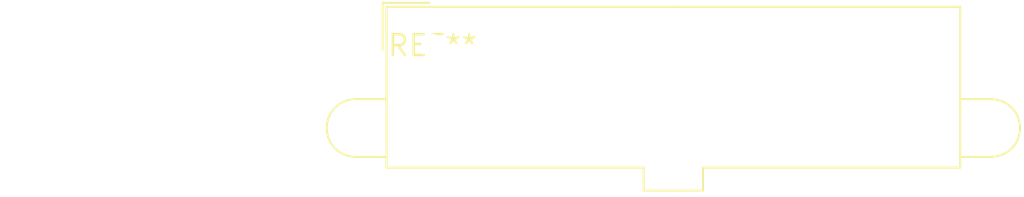
<source format=kicad_pcb>
(kicad_pcb (version 20240108) (generator pcbnew)
  (layers (0 "F.Cu" signal) (31 "B.Cu" signal) (34 "B.Paste" user) (35 "F.Paste" user) (36 "B.SilkS" user "B.Silkscreen") (37 "F.SilkS" user "F.Silkscreen") (38 "B.Mask" user) (39 "F.Mask" user) (44 "Edge.Cuts" user))
  (net 0 "")
  (footprint "Molex_Mini-Fit_Jr_5566-16A2_2x08_P4.20mm_Vertical" (layer "F.Cu") (at 0 0)
    (property "Reference" "REF**")
    (property "Value" "Molex_Mini-Fit_Jr_5566-16A2_2x08_P4.20mm_Vertical")
    (fp_line (start -4.7 3.28) (end -2.81 3.28) (layer "F.SilkS") (stroke (width 0.12)))
    (fp_line (start -4.7 6.8) (end -2.81 6.8) (layer "F.SilkS") (stroke (width 0.12)))
    (fp_line (start -3.05 -2.6) (end -3.05 0.25) (layer "F.SilkS") (stroke (width 0.12)))
    (fp_line (start -2.81 -2.36) (end -2.81 7.46) (layer "F.SilkS") (stroke (width 0.12)))
    (fp_line (start -2.81 7.46) (end 12.89 7.46) (layer "F.SilkS") (stroke (width 0.12)))
    (fp_line (start -0.2 -2.6) (end -3.05 -2.6) (layer "F.SilkS") (stroke (width 0.12)))
    (fp_line (start 12.89 7.46) (end 12.89 8.86) (layer "F.SilkS") (stroke (width 0.12)))
    (fp_line (start 12.89 8.86) (end 14.7 8.86) (layer "F.SilkS") (stroke (width 0.12)))
    (fp_line (start 14.7 -2.36) (end -2.81 -2.36) (layer "F.SilkS") (stroke (width 0.12)))
    (fp_line (start 14.7 -2.36) (end 32.21 -2.36) (layer "F.SilkS") (stroke (width 0.12)))
    (fp_line (start 16.51 7.46) (end 16.51 8.86) (layer "F.SilkS") (stroke (width 0.12)))
    (fp_line (start 16.51 8.86) (end 14.7 8.86) (layer "F.SilkS") (stroke (width 0.12)))
    (fp_line (start 32.21 -2.36) (end 32.21 7.46) (layer "F.SilkS") (stroke (width 0.12)))
    (fp_line (start 32.21 7.46) (end 16.51 7.46) (layer "F.SilkS") (stroke (width 0.12)))
    (fp_line (start 34.1 3.28) (end 32.21 3.28) (layer "F.SilkS") (stroke (width 0.12)))
    (fp_line (start 34.1 6.8) (end 32.21 6.8) (layer "F.SilkS") (stroke (width 0.12)))
    (fp_arc (start -4.7 6.8) (mid -6.46 5.04) (end -4.7 3.28) (layer "F.SilkS") (stroke (width 0.12)))
    (fp_arc (start 34.1 3.28) (mid 35.86 5.04) (end 34.1 6.8) (layer "F.SilkS") (stroke (width 0.12)))
    (pad "" np_thru_hole circle (at -4.7 5.04) (size 3 3) (drill 3) (layers *.Cu *.Mask))
    (pad "" np_thru_hole circle (at 34.1 5.04) (size 3 3) (drill 3) (layers *.Cu *.Mask))
    (pad "1" thru_hole roundrect (at 0 0) (size 2.7 3.3) (drill 1.4) (layers *.Cu *.Mask) (remove_unused_layers) (roundrect_rratio 0.092593))
    (pad "2" thru_hole oval (at 4.2 0) (size 2.7 3.3) (drill 1.4) (layers *.Cu *.Mask) (remove_unused_layers))
    (pad "3" thru_hole oval (at 8.4 0) (size 2.7 3.3) (drill 1.4) (layers *.Cu *.Mask) (remove_unused_layers))
    (pad "4" thru_hole oval (at 12.6 0) (size 2.7 3.3) (drill 1.4) (layers *.Cu *.Mask) (remove_unused_layers))
    (pad "5" thru_hole oval (at 16.8 0) (size 2.7 3.3) (drill 1.4) (layers *.Cu *.Mask) (remove_unused_layers))
    (pad "6" thru_hole oval (at 21 0) (size 2.7 3.3) (drill 1.4) (layers *.Cu *.Mask) (remove_unused_layers))
    (pad "7" thru_hole oval (at 25.2 0) (size 2.7 3.3) (drill 1.4) (layers *.Cu *.Mask) (remove_unused_layers))
    (pad "8" thru_hole oval (at 29.4 0) (size 2.7 3.3) (drill 1.4) (layers *.Cu *.Mask) (remove_unused_layers))
    (pad "9" thru_hole oval (at 0 5.5) (size 2.7 3.3) (drill 1.4) (layers *.Cu *.Mask) (remove_unused_layers))
    (pad "10" thru_hole oval (at 4.2 5.5) (size 2.7 3.3) (drill 1.4) (layers *.Cu *.Mask) (remove_unused_layers))
    (pad "11" thru_hole oval (at 8.4 5.5) (size 2.7 3.3) (drill 1.4) (layers *.Cu *.Mask) (remove_unused_layers))
    (pad "12" thru_hole oval (at 12.6 5.5) (size 2.7 3.3) (drill 1.4) (layers *.Cu *.Mask) (remove_unused_layers))
    (pad "13" thru_hole oval (at 16.8 5.5) (size 2.7 3.3) (drill 1.4) (layers *.Cu *.Mask) (remove_unused_layers))
    (pad "14" thru_hole oval (at 21 5.5) (size 2.7 3.3) (drill 1.4) (layers *.Cu *.Mask) (remove_unused_layers))
    (pad "15" thru_hole oval (at 25.2 5.5) (size 2.7 3.3) (drill 1.4) (layers *.Cu *.Mask) (remove_unused_layers))
    (pad "16" thru_hole oval (at 29.4 5.5) (size 2.7 3.3) (drill 1.4) (layers *.Cu *.Mask) (remove_unused_layers))
  )
)
</source>
